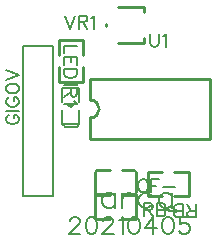
<source format=gto>
G04 Layer: TopSilkLayer*
G04 EasyEDA v6.4.19.4, 2021-04-26T14:19:55+08:00*
G04 bb5b95a08457485f97d9af8ca6741c64,50e18b4aeadc48e1a6b1b5d6e25f7a68,10*
G04 Gerber Generator version 0.2*
G04 Scale: 100 percent, Rotated: No, Reflected: No *
G04 Dimensions in millimeters *
G04 leading zeros omitted , absolute positions ,4 integer and 5 decimal *
%FSLAX45Y45*%
%MOMM*%

%ADD10C,0.2540*%
%ADD21C,0.2032*%
%ADD22C,0.2030*%
%ADD23C,0.1500*%
%ADD24C,0.1524*%

%LPD*%
D21*
X847344Y-1688337D02*
G01*
X847344Y-1817623D01*
X847344Y-1716023D02*
G01*
X829055Y-1697736D01*
X810513Y-1688337D01*
X782828Y-1688337D01*
X764286Y-1697736D01*
X745744Y-1716023D01*
X736600Y-1743710D01*
X736600Y-1762252D01*
X745744Y-1789937D01*
X764286Y-1808479D01*
X782828Y-1817623D01*
X810513Y-1817623D01*
X829055Y-1808479D01*
X847344Y-1789937D01*
X908304Y-1688337D02*
G01*
X908304Y-1817623D01*
X908304Y-1743710D02*
G01*
X917702Y-1716023D01*
X935989Y-1697736D01*
X954531Y-1688337D01*
X982218Y-1688337D01*
X1154176Y-1716023D02*
G01*
X1135634Y-1697736D01*
X1117092Y-1688337D01*
X1089405Y-1688337D01*
X1070863Y-1697736D01*
X1052576Y-1716023D01*
X1043178Y-1743710D01*
X1043178Y-1762252D01*
X1052576Y-1789937D01*
X1070863Y-1808479D01*
X1089405Y-1817623D01*
X1117092Y-1817623D01*
X1135634Y-1808479D01*
X1154176Y-1789937D01*
X1325879Y-1688337D02*
G01*
X1325879Y-1817623D01*
X1325879Y-1716023D02*
G01*
X1307337Y-1697736D01*
X1289050Y-1688337D01*
X1261110Y-1688337D01*
X1242821Y-1697736D01*
X1224279Y-1716023D01*
X1215136Y-1743710D01*
X1215136Y-1762252D01*
X1224279Y-1789937D01*
X1242821Y-1808479D01*
X1261110Y-1817623D01*
X1289050Y-1817623D01*
X1307337Y-1808479D01*
X1325879Y-1789937D01*
X464057Y-1927352D02*
G01*
X464057Y-1920494D01*
X470915Y-1907031D01*
X477773Y-1900173D01*
X491236Y-1893315D01*
X518668Y-1893315D01*
X532129Y-1900173D01*
X538987Y-1907031D01*
X545845Y-1920494D01*
X545845Y-1934210D01*
X538987Y-1947926D01*
X525271Y-1968245D01*
X457200Y-2036571D01*
X552704Y-2036571D01*
X638555Y-1893315D02*
G01*
X618236Y-1900173D01*
X604520Y-1920494D01*
X597662Y-1954784D01*
X597662Y-1975104D01*
X604520Y-2009139D01*
X618236Y-2029713D01*
X638555Y-2036571D01*
X652271Y-2036571D01*
X672592Y-2029713D01*
X686307Y-2009139D01*
X693165Y-1975104D01*
X693165Y-1954784D01*
X686307Y-1920494D01*
X672592Y-1900173D01*
X652271Y-1893315D01*
X638555Y-1893315D01*
X744981Y-1927352D02*
G01*
X744981Y-1920494D01*
X751839Y-1907031D01*
X758444Y-1900173D01*
X772160Y-1893315D01*
X799592Y-1893315D01*
X813054Y-1900173D01*
X819912Y-1907031D01*
X826770Y-1920494D01*
X826770Y-1934210D01*
X819912Y-1947926D01*
X806195Y-1968245D01*
X738123Y-2036571D01*
X833628Y-2036571D01*
X878586Y-1920494D02*
G01*
X892302Y-1913889D01*
X912621Y-1893315D01*
X912621Y-2036571D01*
X998473Y-1893315D02*
G01*
X978154Y-1900173D01*
X964437Y-1920494D01*
X957579Y-1954784D01*
X957579Y-1975104D01*
X964437Y-2009139D01*
X978154Y-2029713D01*
X998473Y-2036571D01*
X1012189Y-2036571D01*
X1032763Y-2029713D01*
X1046226Y-2009139D01*
X1053084Y-1975104D01*
X1053084Y-1954784D01*
X1046226Y-1920494D01*
X1032763Y-1900173D01*
X1012189Y-1893315D01*
X998473Y-1893315D01*
X1166368Y-1893315D02*
G01*
X1098042Y-1988820D01*
X1200404Y-1988820D01*
X1166368Y-1893315D02*
G01*
X1166368Y-2036571D01*
X1286255Y-1893315D02*
G01*
X1265936Y-1900173D01*
X1252220Y-1920494D01*
X1245362Y-1954784D01*
X1245362Y-1975104D01*
X1252220Y-2009139D01*
X1265936Y-2029713D01*
X1286255Y-2036571D01*
X1299971Y-2036571D01*
X1320292Y-2029713D01*
X1334007Y-2009139D01*
X1340865Y-1975104D01*
X1340865Y-1954784D01*
X1334007Y-1920494D01*
X1320292Y-1900173D01*
X1299971Y-1893315D01*
X1286255Y-1893315D01*
X1467612Y-1893315D02*
G01*
X1399539Y-1893315D01*
X1392681Y-1954784D01*
X1399539Y-1947926D01*
X1419860Y-1941068D01*
X1440434Y-1941068D01*
X1460754Y-1947926D01*
X1474470Y-1961642D01*
X1481328Y-1981962D01*
X1481328Y-1995678D01*
X1474470Y-2015997D01*
X1460754Y-2029713D01*
X1440434Y-2036571D01*
X1419860Y-2036571D01*
X1399539Y-2029713D01*
X1392681Y-2022855D01*
X1385823Y-2009139D01*
D24*
X1119256Y-1599737D02*
G01*
X1114059Y-1589346D01*
X1103668Y-1578955D01*
X1093279Y-1573761D01*
X1072497Y-1573761D01*
X1062106Y-1578955D01*
X1051714Y-1589346D01*
X1046518Y-1599737D01*
X1041323Y-1615325D01*
X1041323Y-1641302D01*
X1046518Y-1656887D01*
X1051714Y-1667278D01*
X1062106Y-1677670D01*
X1072497Y-1682864D01*
X1093279Y-1682864D01*
X1103668Y-1677670D01*
X1114059Y-1667278D01*
X1119256Y-1656887D01*
X1153546Y-1573761D02*
G01*
X1153546Y-1682864D01*
X1153546Y-1573761D02*
G01*
X1221087Y-1573761D01*
X1153546Y-1625714D02*
G01*
X1195108Y-1625714D01*
X1255377Y-1636105D02*
G01*
X1348894Y-1636105D01*
X1092200Y-1776961D02*
G01*
X1092200Y-1886064D01*
X1092200Y-1776961D02*
G01*
X1138958Y-1776961D01*
X1154544Y-1782155D01*
X1159741Y-1787352D01*
X1164935Y-1797743D01*
X1164935Y-1808134D01*
X1159741Y-1818525D01*
X1154544Y-1823720D01*
X1138958Y-1828914D01*
X1092200Y-1828914D01*
X1128567Y-1828914D02*
G01*
X1164935Y-1886064D01*
X1199225Y-1776961D02*
G01*
X1199225Y-1886064D01*
X1199225Y-1776961D02*
G01*
X1245984Y-1776961D01*
X1261572Y-1782155D01*
X1266766Y-1787352D01*
X1271963Y-1797743D01*
X1271963Y-1808134D01*
X1266766Y-1818525D01*
X1261572Y-1823720D01*
X1245984Y-1828914D01*
X1199225Y-1828914D02*
G01*
X1245984Y-1828914D01*
X1261572Y-1834111D01*
X1266766Y-1839305D01*
X1271963Y-1849696D01*
X1271963Y-1865284D01*
X1266766Y-1875675D01*
X1261572Y-1880870D01*
X1245984Y-1886064D01*
X1199225Y-1886064D01*
X1306253Y-1839305D02*
G01*
X1399771Y-1839305D01*
X1527175Y-1893315D02*
G01*
X1527175Y-1784350D01*
X1527175Y-1893315D02*
G01*
X1480438Y-1893315D01*
X1464945Y-1888236D01*
X1459611Y-1882902D01*
X1454530Y-1872487D01*
X1454530Y-1862073D01*
X1459611Y-1851660D01*
X1464945Y-1846579D01*
X1480438Y-1841500D01*
X1527175Y-1841500D01*
X1490853Y-1841500D02*
G01*
X1454530Y-1784350D01*
X1420240Y-1893315D02*
G01*
X1420240Y-1784350D01*
X1420240Y-1893315D02*
G01*
X1373504Y-1893315D01*
X1357756Y-1888236D01*
X1352677Y-1882902D01*
X1347343Y-1872487D01*
X1347343Y-1862073D01*
X1352677Y-1851660D01*
X1357756Y-1846579D01*
X1373504Y-1841500D01*
X1420240Y-1841500D02*
G01*
X1373504Y-1841500D01*
X1357756Y-1836165D01*
X1352677Y-1831086D01*
X1347343Y-1820671D01*
X1347343Y-1804923D01*
X1352677Y-1794510D01*
X1357756Y-1789429D01*
X1373504Y-1784350D01*
X1420240Y-1784350D01*
X1266317Y-1877821D02*
G01*
X1266317Y-1784350D01*
X1313053Y-1831086D02*
G01*
X1219580Y-1831086D01*
X-51307Y-1026921D02*
G01*
X-61721Y-1032255D01*
X-72136Y-1042670D01*
X-77215Y-1052829D01*
X-77215Y-1073657D01*
X-72136Y-1084071D01*
X-61721Y-1094486D01*
X-51307Y-1099820D01*
X-35560Y-1104900D01*
X-9652Y-1104900D01*
X5842Y-1099820D01*
X16255Y-1094486D01*
X26670Y-1084071D01*
X31750Y-1073657D01*
X31750Y-1052829D01*
X26670Y-1042670D01*
X16255Y-1032255D01*
X5842Y-1026921D01*
X-9652Y-1026921D01*
X-9652Y-1052829D02*
G01*
X-9652Y-1026921D01*
X-77215Y-992631D02*
G01*
X31750Y-992631D01*
X-51307Y-880363D02*
G01*
X-61721Y-885697D01*
X-72136Y-896112D01*
X-77215Y-906526D01*
X-77215Y-927100D01*
X-72136Y-937513D01*
X-61721Y-947928D01*
X-51307Y-953262D01*
X-35560Y-958342D01*
X-9652Y-958342D01*
X5842Y-953262D01*
X16255Y-947928D01*
X26670Y-937513D01*
X31750Y-927100D01*
X31750Y-906526D01*
X26670Y-896112D01*
X16255Y-885697D01*
X5842Y-880363D01*
X-9652Y-880363D01*
X-9652Y-906526D02*
G01*
X-9652Y-880363D01*
X-77215Y-815086D02*
G01*
X-72136Y-825500D01*
X-61721Y-835660D01*
X-51307Y-840994D01*
X-35560Y-846073D01*
X-9652Y-846073D01*
X5842Y-840994D01*
X16255Y-835660D01*
X26670Y-825500D01*
X31750Y-815086D01*
X31750Y-794257D01*
X26670Y-783844D01*
X16255Y-773429D01*
X5842Y-768350D01*
X-9652Y-763015D01*
X-35560Y-763015D01*
X-51307Y-768350D01*
X-61721Y-773429D01*
X-72136Y-783844D01*
X-77215Y-794257D01*
X-77215Y-815086D01*
X-77215Y-728726D02*
G01*
X31750Y-687070D01*
X-77215Y-645668D02*
G01*
X31750Y-687070D01*
X521715Y-800176D02*
G01*
X412750Y-800176D01*
X521715Y-800176D02*
G01*
X521715Y-846912D01*
X516636Y-862406D01*
X511302Y-867740D01*
X500887Y-872820D01*
X490473Y-872820D01*
X480060Y-867740D01*
X474979Y-862406D01*
X469900Y-846912D01*
X469900Y-800176D01*
X469900Y-836498D02*
G01*
X412750Y-872820D01*
X500887Y-907110D02*
G01*
X506221Y-917524D01*
X521715Y-933272D01*
X412750Y-933272D01*
X419224Y-189575D02*
G01*
X460880Y-298541D01*
X502282Y-189575D02*
G01*
X460880Y-298541D01*
X536572Y-189575D02*
G01*
X536572Y-298541D01*
X536572Y-189575D02*
G01*
X583308Y-189575D01*
X599056Y-194655D01*
X604136Y-199989D01*
X609470Y-210403D01*
X609470Y-220817D01*
X604136Y-231231D01*
X599056Y-236311D01*
X583308Y-241391D01*
X536572Y-241391D01*
X572894Y-241391D02*
G01*
X609470Y-298541D01*
X643760Y-210403D02*
G01*
X654174Y-205069D01*
X669668Y-189575D01*
X669668Y-298541D01*
X1143000Y-341884D02*
G01*
X1143000Y-419862D01*
X1148079Y-435355D01*
X1158494Y-445770D01*
X1174242Y-450850D01*
X1184655Y-450850D01*
X1200150Y-445770D01*
X1210563Y-435355D01*
X1215644Y-419862D01*
X1215644Y-341884D01*
X1249934Y-362712D02*
G01*
X1260347Y-357378D01*
X1276095Y-341884D01*
X1276095Y-450850D01*
X521715Y-444500D02*
G01*
X412750Y-444500D01*
X412750Y-444500D02*
G01*
X412750Y-506729D01*
X521715Y-541020D02*
G01*
X412750Y-541020D01*
X521715Y-541020D02*
G01*
X521715Y-608584D01*
X469900Y-541020D02*
G01*
X469900Y-582676D01*
X412750Y-541020D02*
G01*
X412750Y-608584D01*
X521715Y-642873D02*
G01*
X412750Y-642873D01*
X521715Y-642873D02*
G01*
X521715Y-679450D01*
X516636Y-694944D01*
X506221Y-705357D01*
X495807Y-710437D01*
X480060Y-715771D01*
X454152Y-715771D01*
X438657Y-710437D01*
X428244Y-705357D01*
X417829Y-694944D01*
X412750Y-679450D01*
X412750Y-642873D01*
X500887Y-750062D02*
G01*
X506221Y-760476D01*
X521715Y-775970D01*
X412750Y-775970D01*
G36*
X433933Y-940511D02*
G01*
X469900Y-966469D01*
X505917Y-941476D01*
G37*
D10*
X675896Y-1680202D02*
G01*
X675896Y-1520200D01*
X1025903Y-1680202D02*
G01*
X1025900Y-1520197D01*
X800900Y-1496199D02*
G01*
X695901Y-1496199D01*
X800900Y-1704200D02*
G01*
X695901Y-1704200D01*
X900899Y-1496199D02*
G01*
X1005898Y-1496199D01*
X900899Y-1704200D02*
G01*
X1005898Y-1704200D01*
X1025903Y-1682193D02*
G01*
X1025903Y-1680202D01*
X1025903Y-1684195D02*
G01*
X1025903Y-1680202D01*
X1025900Y-1516202D02*
G01*
X1025900Y-1520197D01*
X675896Y-1684195D02*
G01*
X675896Y-1680202D01*
X675896Y-1516204D02*
G01*
X675896Y-1520200D01*
X900899Y-1905396D02*
G01*
X1025900Y-1905396D01*
X900899Y-1701403D02*
G01*
X1025900Y-1701403D01*
X800900Y-1905396D02*
G01*
X675899Y-1905396D01*
X800900Y-1701403D02*
G01*
X675899Y-1701403D01*
X1025903Y-1905396D02*
G01*
X1025900Y-1701403D01*
X675899Y-1905396D02*
G01*
X675899Y-1701403D01*
X1345399Y-1714896D02*
G01*
X1470400Y-1714896D01*
X1345399Y-1510903D02*
G01*
X1470400Y-1510903D01*
X1245400Y-1714896D02*
G01*
X1120399Y-1714896D01*
X1245400Y-1510903D02*
G01*
X1120399Y-1510903D01*
X1470403Y-1714896D02*
G01*
X1470400Y-1510903D01*
X1120399Y-1714896D02*
G01*
X1120399Y-1510903D01*
D21*
X63500Y-1524000D02*
G01*
X63500Y-1714500D01*
X317500Y-1714500D01*
X317500Y-444500D01*
X63500Y-444500D01*
D22*
X63500Y-444500D02*
G01*
X63500Y-1524000D01*
D10*
X367903Y-621499D02*
G01*
X367903Y-746500D01*
X571896Y-621499D02*
G01*
X571896Y-746500D01*
X367903Y-521500D02*
G01*
X367903Y-396499D01*
X571896Y-521500D02*
G01*
X571896Y-396499D01*
X367903Y-746503D02*
G01*
X571896Y-746500D01*
X367903Y-396499D02*
G01*
X571896Y-396499D01*
X1092296Y-421698D02*
G01*
X1092296Y-376702D01*
X1092296Y-156697D02*
G01*
X1092296Y-111701D01*
X767298Y-256697D02*
G01*
X767298Y-276702D01*
X872291Y-421698D02*
G01*
X1092296Y-421698D01*
X872296Y-111701D02*
G01*
X1092296Y-111701D01*
X635000Y-1230962D02*
G01*
X1651000Y-1230962D01*
X635000Y-724537D02*
G01*
X1651000Y-724537D01*
X1651000Y-1230962D02*
G01*
X1651000Y-724537D01*
X635000Y-1230962D02*
G01*
X635000Y-1054100D01*
X635000Y-901700D02*
G01*
X635000Y-724537D01*
D23*
X542899Y-989500D02*
G01*
X542899Y-1104498D01*
X397901Y-1104498D01*
X397901Y-984498D01*
X396900Y-922500D02*
G01*
X396900Y-798499D01*
X541898Y-798499D01*
X541898Y-922500D01*
X542899Y-1104498D02*
G01*
X542899Y-1107500D01*
X522899Y-1127500D01*
X420900Y-1127500D01*
X417901Y-1124498D01*
X397901Y-1104498D01*
D10*
G75*
G01*
X1005898Y-1704200D02*
G03*
X1025903Y-1684195I0J20005D01*
G75*
G01*
X1005898Y-1496200D02*
G02*
X1025901Y-1516202I0J-20002D01*
G75*
G01*
X695902Y-1704200D02*
G02*
X675897Y-1684195I0J20005D01*
G75*
G01*
X695902Y-1496200D02*
G03*
X675897Y-1516205I0J-20005D01*
G75*
G01*
X635000Y-901700D02*
G02*
X635000Y-1054100I0J-76200D01*
M02*

</source>
